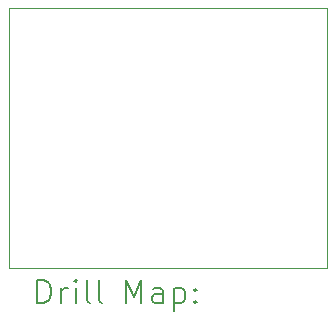
<source format=gbr>
%TF.GenerationSoftware,KiCad,Pcbnew,(7.0.0)*%
%TF.CreationDate,2023-02-17T23:27:23-05:00*%
%TF.ProjectId,RgbButton,52676242-7574-4746-9f6e-2e6b69636164,rev?*%
%TF.SameCoordinates,Original*%
%TF.FileFunction,Drillmap*%
%TF.FilePolarity,Positive*%
%FSLAX45Y45*%
G04 Gerber Fmt 4.5, Leading zero omitted, Abs format (unit mm)*
G04 Created by KiCad (PCBNEW (7.0.0)) date 2023-02-17 23:27:23*
%MOMM*%
%LPD*%
G01*
G04 APERTURE LIST*
%ADD10C,0.100000*%
%ADD11C,0.200000*%
G04 APERTURE END LIST*
D10*
X13850000Y-9300000D02*
X16550000Y-9300000D01*
X16550000Y-9300000D02*
X16550000Y-11500000D01*
X16550000Y-11500000D02*
X13850000Y-11500000D01*
X13850000Y-11500000D02*
X13850000Y-9300000D01*
D11*
X14092619Y-11798476D02*
X14092619Y-11598476D01*
X14092619Y-11598476D02*
X14140238Y-11598476D01*
X14140238Y-11598476D02*
X14168809Y-11608000D01*
X14168809Y-11608000D02*
X14187857Y-11627048D01*
X14187857Y-11627048D02*
X14197381Y-11646095D01*
X14197381Y-11646095D02*
X14206905Y-11684190D01*
X14206905Y-11684190D02*
X14206905Y-11712762D01*
X14206905Y-11712762D02*
X14197381Y-11750857D01*
X14197381Y-11750857D02*
X14187857Y-11769905D01*
X14187857Y-11769905D02*
X14168809Y-11788952D01*
X14168809Y-11788952D02*
X14140238Y-11798476D01*
X14140238Y-11798476D02*
X14092619Y-11798476D01*
X14292619Y-11798476D02*
X14292619Y-11665143D01*
X14292619Y-11703238D02*
X14302143Y-11684190D01*
X14302143Y-11684190D02*
X14311667Y-11674667D01*
X14311667Y-11674667D02*
X14330714Y-11665143D01*
X14330714Y-11665143D02*
X14349762Y-11665143D01*
X14416428Y-11798476D02*
X14416428Y-11665143D01*
X14416428Y-11598476D02*
X14406905Y-11608000D01*
X14406905Y-11608000D02*
X14416428Y-11617524D01*
X14416428Y-11617524D02*
X14425952Y-11608000D01*
X14425952Y-11608000D02*
X14416428Y-11598476D01*
X14416428Y-11598476D02*
X14416428Y-11617524D01*
X14540238Y-11798476D02*
X14521190Y-11788952D01*
X14521190Y-11788952D02*
X14511667Y-11769905D01*
X14511667Y-11769905D02*
X14511667Y-11598476D01*
X14645000Y-11798476D02*
X14625952Y-11788952D01*
X14625952Y-11788952D02*
X14616428Y-11769905D01*
X14616428Y-11769905D02*
X14616428Y-11598476D01*
X14841190Y-11798476D02*
X14841190Y-11598476D01*
X14841190Y-11598476D02*
X14907857Y-11741333D01*
X14907857Y-11741333D02*
X14974524Y-11598476D01*
X14974524Y-11598476D02*
X14974524Y-11798476D01*
X15155476Y-11798476D02*
X15155476Y-11693714D01*
X15155476Y-11693714D02*
X15145952Y-11674667D01*
X15145952Y-11674667D02*
X15126905Y-11665143D01*
X15126905Y-11665143D02*
X15088809Y-11665143D01*
X15088809Y-11665143D02*
X15069762Y-11674667D01*
X15155476Y-11788952D02*
X15136428Y-11798476D01*
X15136428Y-11798476D02*
X15088809Y-11798476D01*
X15088809Y-11798476D02*
X15069762Y-11788952D01*
X15069762Y-11788952D02*
X15060238Y-11769905D01*
X15060238Y-11769905D02*
X15060238Y-11750857D01*
X15060238Y-11750857D02*
X15069762Y-11731809D01*
X15069762Y-11731809D02*
X15088809Y-11722286D01*
X15088809Y-11722286D02*
X15136428Y-11722286D01*
X15136428Y-11722286D02*
X15155476Y-11712762D01*
X15250714Y-11665143D02*
X15250714Y-11865143D01*
X15250714Y-11674667D02*
X15269762Y-11665143D01*
X15269762Y-11665143D02*
X15307857Y-11665143D01*
X15307857Y-11665143D02*
X15326905Y-11674667D01*
X15326905Y-11674667D02*
X15336428Y-11684190D01*
X15336428Y-11684190D02*
X15345952Y-11703238D01*
X15345952Y-11703238D02*
X15345952Y-11760381D01*
X15345952Y-11760381D02*
X15336428Y-11779428D01*
X15336428Y-11779428D02*
X15326905Y-11788952D01*
X15326905Y-11788952D02*
X15307857Y-11798476D01*
X15307857Y-11798476D02*
X15269762Y-11798476D01*
X15269762Y-11798476D02*
X15250714Y-11788952D01*
X15431667Y-11779428D02*
X15441190Y-11788952D01*
X15441190Y-11788952D02*
X15431667Y-11798476D01*
X15431667Y-11798476D02*
X15422143Y-11788952D01*
X15422143Y-11788952D02*
X15431667Y-11779428D01*
X15431667Y-11779428D02*
X15431667Y-11798476D01*
X15431667Y-11674667D02*
X15441190Y-11684190D01*
X15441190Y-11684190D02*
X15431667Y-11693714D01*
X15431667Y-11693714D02*
X15422143Y-11684190D01*
X15422143Y-11684190D02*
X15431667Y-11674667D01*
X15431667Y-11674667D02*
X15431667Y-11693714D01*
M02*

</source>
